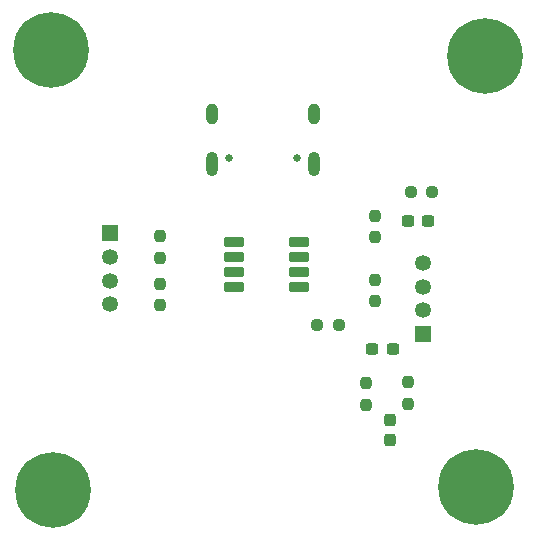
<source format=gbr>
%TF.GenerationSoftware,KiCad,Pcbnew,9.0.7*%
%TF.CreationDate,2026-02-20T18:13:15+05:30*%
%TF.ProjectId,pcb-n-as5600,7063622d-6e2d-4617-9335-3630302e6b69,rev?*%
%TF.SameCoordinates,Original*%
%TF.FileFunction,Soldermask,Bot*%
%TF.FilePolarity,Negative*%
%FSLAX46Y46*%
G04 Gerber Fmt 4.6, Leading zero omitted, Abs format (unit mm)*
G04 Created by KiCad (PCBNEW 9.0.7) date 2026-02-20 18:13:15*
%MOMM*%
%LPD*%
G01*
G04 APERTURE LIST*
G04 Aperture macros list*
%AMRoundRect*
0 Rectangle with rounded corners*
0 $1 Rounding radius*
0 $2 $3 $4 $5 $6 $7 $8 $9 X,Y pos of 4 corners*
0 Add a 4 corners polygon primitive as box body*
4,1,4,$2,$3,$4,$5,$6,$7,$8,$9,$2,$3,0*
0 Add four circle primitives for the rounded corners*
1,1,$1+$1,$2,$3*
1,1,$1+$1,$4,$5*
1,1,$1+$1,$6,$7*
1,1,$1+$1,$8,$9*
0 Add four rect primitives between the rounded corners*
20,1,$1+$1,$2,$3,$4,$5,0*
20,1,$1+$1,$4,$5,$6,$7,0*
20,1,$1+$1,$6,$7,$8,$9,0*
20,1,$1+$1,$8,$9,$2,$3,0*%
G04 Aperture macros list end*
%ADD10C,0.650000*%
%ADD11O,1.000000X2.100000*%
%ADD12O,1.000000X1.800000*%
%ADD13C,6.400000*%
%ADD14R,1.350000X1.350000*%
%ADD15C,1.350000*%
%ADD16RoundRect,0.237500X0.237500X-0.300000X0.237500X0.300000X-0.237500X0.300000X-0.237500X-0.300000X0*%
%ADD17RoundRect,0.237500X0.300000X0.237500X-0.300000X0.237500X-0.300000X-0.237500X0.300000X-0.237500X0*%
%ADD18RoundRect,0.237500X-0.237500X0.250000X-0.237500X-0.250000X0.237500X-0.250000X0.237500X0.250000X0*%
%ADD19RoundRect,0.102000X-0.750000X0.300000X-0.750000X-0.300000X0.750000X-0.300000X0.750000X0.300000X0*%
%ADD20RoundRect,0.237500X-0.250000X-0.237500X0.250000X-0.237500X0.250000X0.237500X-0.250000X0.237500X0*%
%ADD21RoundRect,0.237500X0.237500X-0.250000X0.237500X0.250000X-0.237500X0.250000X-0.237500X-0.250000X0*%
%ADD22RoundRect,0.237500X-0.300000X-0.237500X0.300000X-0.237500X0.300000X0.237500X-0.300000X0.237500X0*%
G04 APERTURE END LIST*
D10*
%TO.C,J6*%
X155140000Y-77355000D03*
X149360000Y-77355000D03*
D11*
X156570000Y-77855000D03*
D12*
X156570000Y-73675000D03*
D11*
X147930000Y-77855000D03*
D12*
X147930000Y-73675000D03*
%TD*%
D13*
%TO.C,H2*%
X134250000Y-68250000D03*
%TD*%
D14*
%TO.C,J2*%
X165750000Y-92250000D03*
D15*
X165750000Y-90250000D03*
X165750000Y-88250000D03*
X165750000Y-86250000D03*
%TD*%
D13*
%TO.C,H1*%
X134500000Y-105500000D03*
%TD*%
%TO.C,H4*%
X170250000Y-105250000D03*
%TD*%
%TO.C,H3*%
X171000000Y-68750000D03*
%TD*%
D14*
%TO.C,J1*%
X139250000Y-83750000D03*
D15*
X139250000Y-85750000D03*
X139250000Y-87750000D03*
X139250000Y-89750000D03*
%TD*%
D16*
%TO.C,C4*%
X163000000Y-101250000D03*
X163000000Y-99525000D03*
%TD*%
D17*
%TO.C,C7*%
X163225000Y-93500000D03*
X161500000Y-93500000D03*
%TD*%
D18*
%TO.C,R3*%
X164500000Y-96337500D03*
X164500000Y-98162500D03*
%TD*%
D19*
%TO.C,U4*%
X155250000Y-84500000D03*
X155250000Y-85770000D03*
X155250000Y-87040000D03*
X155250000Y-88310000D03*
X149750000Y-88310000D03*
X149750000Y-87040000D03*
X149750000Y-85770000D03*
X149750000Y-84500000D03*
%TD*%
D20*
%TO.C,R1*%
X156837500Y-91500000D03*
X158662500Y-91500000D03*
%TD*%
D18*
%TO.C,R2*%
X161750000Y-82250000D03*
X161750000Y-84075000D03*
%TD*%
D21*
%TO.C,R13*%
X143500000Y-89825000D03*
X143500000Y-88000000D03*
%TD*%
D20*
%TO.C,R8*%
X164750000Y-80250000D03*
X166575000Y-80250000D03*
%TD*%
D18*
%TO.C,R4*%
X161000000Y-96425000D03*
X161000000Y-98250000D03*
%TD*%
D22*
%TO.C,C8*%
X164475000Y-82700000D03*
X166200000Y-82700000D03*
%TD*%
D18*
%TO.C,R7*%
X143500000Y-84000000D03*
X143500000Y-85825000D03*
%TD*%
D21*
%TO.C,R11*%
X161750000Y-89500000D03*
X161750000Y-87675000D03*
%TD*%
M02*

</source>
